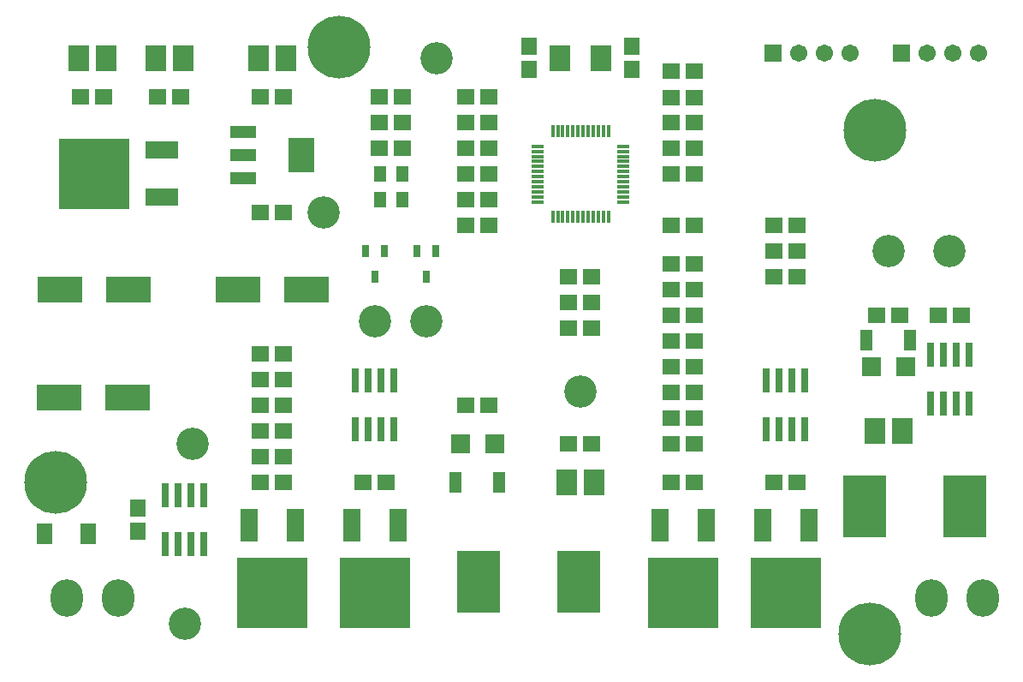
<source format=gts>
G04*
G04 #@! TF.GenerationSoftware,Altium Limited,Altium Designer,23.3.1 (30)*
G04*
G04 Layer_Color=8388736*
%FSLAX45Y45*%
%MOMM*%
G71*
G04*
G04 #@! TF.SameCoordinates,551D5C09-00C5-4FD8-83AD-956C1D01ED91*
G04*
G04*
G04 #@! TF.FilePolarity,Negative*
G04*
G01*
G75*
%ADD24R,1.19380X0.30480*%
%ADD25R,0.30480X1.19380*%
%ADD39R,0.80320X2.35320*%
%ADD40R,1.72720X1.62560*%
%ADD41R,1.62560X1.72720*%
%ADD42R,4.20320X6.20320*%
%ADD43R,1.30320X2.15320*%
%ADD44R,1.20320X1.50320*%
%ADD45R,1.82880X1.82880*%
%ADD46R,0.80320X1.15320*%
%ADD47R,2.10320X2.60320*%
%ADD48R,2.15320X2.50320*%
%ADD49R,2.60320X1.20320*%
%ADD50R,2.60320X3.50320*%
%ADD51R,6.90319X6.90320*%
%ADD52R,3.20320X1.80320*%
%ADD53R,1.60320X2.15320*%
%ADD54R,4.40320X2.55320*%
%ADD55R,1.80320X3.20320*%
%ADD56R,6.90320X6.90319*%
%ADD57C,6.20320*%
%ADD58O,3.20320X3.70320*%
%ADD59C,3.20320*%
%ADD60C,1.70320*%
%ADD61R,1.70320X1.70320*%
D24*
X6015540Y5222920D02*
D03*
Y5172920D02*
D03*
Y5122920D02*
D03*
Y5072920D02*
D03*
Y5022920D02*
D03*
Y4972920D02*
D03*
Y4922920D02*
D03*
Y4872920D02*
D03*
Y4822920D02*
D03*
Y4772920D02*
D03*
Y4722920D02*
D03*
Y4672920D02*
D03*
X5165540D02*
D03*
Y4722920D02*
D03*
Y4772920D02*
D03*
Y4822920D02*
D03*
Y4872920D02*
D03*
Y4922920D02*
D03*
Y4972920D02*
D03*
Y5022920D02*
D03*
Y5072920D02*
D03*
Y5122920D02*
D03*
Y5172920D02*
D03*
Y5222920D02*
D03*
D25*
X5865540Y4522920D02*
D03*
X5815540D02*
D03*
X5765540D02*
D03*
X5715540D02*
D03*
X5665540D02*
D03*
X5615540D02*
D03*
X5565540D02*
D03*
X5515540D02*
D03*
X5465540D02*
D03*
X5415540D02*
D03*
X5365540D02*
D03*
X5315540D02*
D03*
Y5372920D02*
D03*
X5365540D02*
D03*
X5415540D02*
D03*
X5465540D02*
D03*
X5515540D02*
D03*
X5565540D02*
D03*
X5615540D02*
D03*
X5665540D02*
D03*
X5715540D02*
D03*
X5765540D02*
D03*
X5815540D02*
D03*
X5865540D02*
D03*
D39*
X3746500Y2909500D02*
D03*
X3619500D02*
D03*
X3492500D02*
D03*
X3365500D02*
D03*
X3746500Y2424500D02*
D03*
X3619500D02*
D03*
X3492500D02*
D03*
X3365500D02*
D03*
X9049061Y2678500D02*
D03*
X9176061D02*
D03*
X9303061D02*
D03*
X9430061D02*
D03*
X9049061Y3163500D02*
D03*
X9176061D02*
D03*
X9303061D02*
D03*
X9430061D02*
D03*
X1864457Y1777401D02*
D03*
X1737457D02*
D03*
X1610457D02*
D03*
X1483457D02*
D03*
X1864457Y1292401D02*
D03*
X1737457D02*
D03*
X1610457D02*
D03*
X1483457D02*
D03*
X7429500Y2424500D02*
D03*
X7556500D02*
D03*
X7683500D02*
D03*
X7810500D02*
D03*
X7429500Y2909500D02*
D03*
X7556500D02*
D03*
X7683500D02*
D03*
X7810500D02*
D03*
D40*
X6718300Y5969000D02*
D03*
X6489700D02*
D03*
Y4445000D02*
D03*
X6718300D02*
D03*
X7734300D02*
D03*
X7505700D02*
D03*
Y4191000D02*
D03*
X7734300D02*
D03*
Y3937000D02*
D03*
X7505700D02*
D03*
X5702300Y3429000D02*
D03*
X5473700D02*
D03*
Y3683000D02*
D03*
X5702300D02*
D03*
Y3937000D02*
D03*
X5473700D02*
D03*
X6489700Y3302000D02*
D03*
X6718300D02*
D03*
X6489700Y2794000D02*
D03*
X6718300D02*
D03*
Y3048000D02*
D03*
X6489700D02*
D03*
X9125261Y3556000D02*
D03*
X9353861D02*
D03*
X6489700D02*
D03*
X6718300D02*
D03*
X3829404Y5207000D02*
D03*
X3600804D02*
D03*
X3829404Y5715000D02*
D03*
X3600804D02*
D03*
Y5461000D02*
D03*
X3829404D02*
D03*
X6718300Y5702300D02*
D03*
X6489700D02*
D03*
X4457700Y2667000D02*
D03*
X4686300D02*
D03*
X2654300Y2921000D02*
D03*
X2425700D02*
D03*
X2654300Y3175000D02*
D03*
X2425700D02*
D03*
X4686300Y4953000D02*
D03*
X4457700D02*
D03*
X4686300Y4699000D02*
D03*
X4457700D02*
D03*
X4686300Y5461000D02*
D03*
X4457700D02*
D03*
X4686300Y5207000D02*
D03*
X4457700D02*
D03*
X6718300Y4953000D02*
D03*
X6489700D02*
D03*
X4686300Y4445000D02*
D03*
X4457700D02*
D03*
Y5715000D02*
D03*
X4686300D02*
D03*
X6718300Y5461000D02*
D03*
X6489700D02*
D03*
X6718300Y5207000D02*
D03*
X6489700D02*
D03*
X5473700Y2286000D02*
D03*
X5702300D02*
D03*
X2654300Y4572000D02*
D03*
X2425700D02*
D03*
X2654300Y5715000D02*
D03*
X2425700D02*
D03*
X1409700D02*
D03*
X1638300D02*
D03*
X647700D02*
D03*
X876300D02*
D03*
X2654300Y2667000D02*
D03*
X2425700D02*
D03*
Y2413000D02*
D03*
X2654300D02*
D03*
X2425700Y2159000D02*
D03*
X2654300D02*
D03*
X2425700Y1905000D02*
D03*
X2654300D02*
D03*
X3670300D02*
D03*
X3441700D02*
D03*
X6489700Y2286000D02*
D03*
X6718300D02*
D03*
X7734300Y1905000D02*
D03*
X7505700D02*
D03*
X8750300Y3556000D02*
D03*
X8521700D02*
D03*
X6489700Y1905000D02*
D03*
X6718300D02*
D03*
X6489700Y2540000D02*
D03*
X6718300D02*
D03*
X6489700Y4064000D02*
D03*
X6718300D02*
D03*
Y3810000D02*
D03*
X6489700D02*
D03*
D41*
X1212084Y1649201D02*
D03*
Y1420601D02*
D03*
X5080000Y5981700D02*
D03*
Y6210300D02*
D03*
X6096000Y5981700D02*
D03*
Y6210300D02*
D03*
D42*
X5569200Y923940D02*
D03*
X4579200D02*
D03*
X9389400Y1663700D02*
D03*
X8399400D02*
D03*
D43*
X8851000Y3303250D02*
D03*
X8421000D02*
D03*
X4357000Y1905000D02*
D03*
X4787000D02*
D03*
D44*
X3605104Y4953000D02*
D03*
X3825104D02*
D03*
X3605104Y4699000D02*
D03*
X3825104D02*
D03*
D45*
X4401820Y2286000D02*
D03*
X4742180D02*
D03*
X8806180Y3048000D02*
D03*
X8465820D02*
D03*
D46*
X4159000Y4192000D02*
D03*
X3969000D02*
D03*
X4064000Y3937000D02*
D03*
X3651000Y4192000D02*
D03*
X3461000D02*
D03*
X3556000Y3937000D02*
D03*
D47*
X5383000Y6096000D02*
D03*
X5793000D02*
D03*
D48*
X8498500Y2413000D02*
D03*
X8773500D02*
D03*
X2677500Y6096000D02*
D03*
X2402500D02*
D03*
X624500D02*
D03*
X899500D02*
D03*
X1661500D02*
D03*
X1386500D02*
D03*
X5450500Y1901019D02*
D03*
X5725500D02*
D03*
D49*
X2250000Y5365991D02*
D03*
Y5135991D02*
D03*
Y4905991D02*
D03*
D50*
X2830000Y5135991D02*
D03*
D51*
X782154Y4953000D02*
D03*
D52*
X1447154Y4723000D02*
D03*
Y5183000D02*
D03*
D53*
X723000Y1397000D02*
D03*
X293000D02*
D03*
D54*
X2202500Y3810000D02*
D03*
X2877500D02*
D03*
X1108000Y2741480D02*
D03*
X433000D02*
D03*
X1119654Y3810000D02*
D03*
X444654D02*
D03*
D55*
X7390000Y1475500D02*
D03*
X7850000D02*
D03*
X6374000D02*
D03*
X6834000D02*
D03*
X3326000D02*
D03*
X3786000D02*
D03*
X2310000D02*
D03*
X2770000D02*
D03*
D56*
X7620000Y810500D02*
D03*
X6604000D02*
D03*
X3556000D02*
D03*
X2540000D02*
D03*
D57*
X8450000Y400000D02*
D03*
X400000Y1900000D02*
D03*
X3200000Y6200000D02*
D03*
X8500000Y5377800D02*
D03*
D58*
X9568273Y762000D02*
D03*
X9060273D02*
D03*
X508000D02*
D03*
X1016000D02*
D03*
D59*
X9239561Y4191000D02*
D03*
X4064000Y3495180D02*
D03*
X3558700Y3495180D02*
D03*
X1752557Y2286000D02*
D03*
X4165600Y6096000D02*
D03*
X3048000Y4572000D02*
D03*
X1673957Y502278D02*
D03*
X5588000Y2801538D02*
D03*
X8636000Y4191000D02*
D03*
D60*
X9525000Y6146800D02*
D03*
X9271000D02*
D03*
X9017000D02*
D03*
X8255000D02*
D03*
X8001000D02*
D03*
X7747000D02*
D03*
D61*
X8763000D02*
D03*
X7493000D02*
D03*
M02*

</source>
